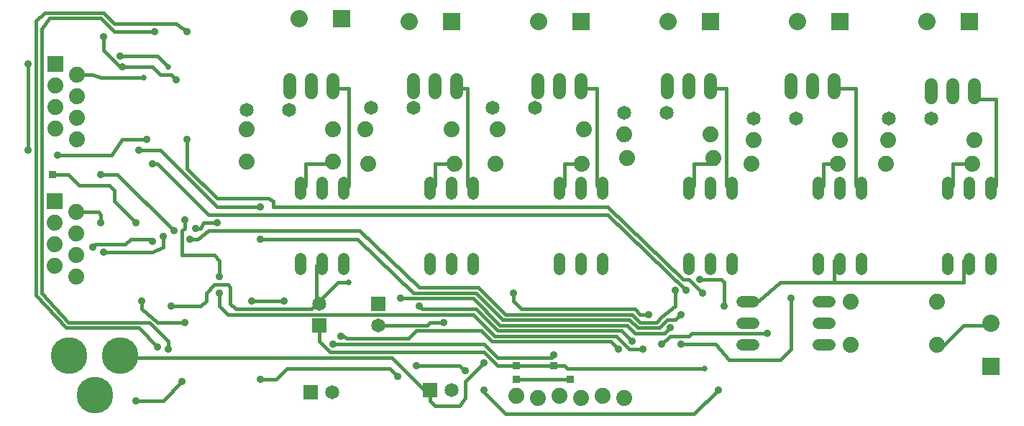
<source format=gbl>
G75*
G70*
%OFA0B0*%
%FSLAX24Y24*%
%IPPOS*%
%LPD*%
%AMOC8*
5,1,8,0,0,1.08239X$1,22.5*
%
%ADD10C,0.0740*%
%ADD11C,0.0520*%
%ADD12C,0.0600*%
%ADD13C,0.0650*%
%ADD14R,0.0800X0.0800*%
%ADD15C,0.0800*%
%ADD16R,0.0740X0.0740*%
%ADD17R,0.0650X0.0650*%
%ADD18C,0.1700*%
%ADD19R,0.0356X0.0356*%
%ADD20C,0.0160*%
%ADD21C,0.0356*%
%ADD22C,0.0270*%
D10*
X009517Y006906D03*
X008517Y007406D03*
X009517Y007906D03*
X008517Y008406D03*
X009517Y008906D03*
X008517Y009406D03*
X009517Y009906D03*
X017400Y012257D03*
X017400Y013757D03*
X021400Y013757D03*
X022900Y013757D03*
X021400Y012257D03*
X023045Y012150D03*
X027045Y012150D03*
X028920Y012150D03*
X032920Y012150D03*
X035045Y012400D03*
X034900Y013507D03*
X033025Y013757D03*
X029025Y013757D03*
X026900Y013757D03*
X038900Y013507D03*
X040900Y013257D03*
X039045Y012400D03*
X040795Y012150D03*
X044795Y012150D03*
X047045Y012150D03*
X047150Y013257D03*
X044900Y013257D03*
X051045Y012150D03*
X051150Y013257D03*
X049400Y005757D03*
X045400Y005757D03*
X045400Y003757D03*
X049400Y003757D03*
X034900Y001282D03*
X033900Y001382D03*
X032900Y001282D03*
X031900Y001382D03*
X030900Y001282D03*
X029900Y001382D03*
X009526Y013276D03*
X008526Y013776D03*
X009526Y014276D03*
X008526Y014776D03*
X009526Y015276D03*
X008526Y015776D03*
X009526Y016276D03*
D11*
X019900Y011277D02*
X019900Y010757D01*
X020900Y010757D02*
X020900Y011277D01*
X021900Y011277D02*
X021900Y010757D01*
X025900Y010757D02*
X025900Y011277D01*
X026900Y011277D02*
X026900Y010757D01*
X027900Y010757D02*
X027900Y011277D01*
X031900Y011277D02*
X031900Y010757D01*
X032900Y010757D02*
X032900Y011277D01*
X033900Y011277D02*
X033900Y010757D01*
X037900Y010757D02*
X037900Y011277D01*
X038900Y011277D02*
X038900Y010757D01*
X039900Y010757D02*
X039900Y011277D01*
X043900Y011277D02*
X043900Y010757D01*
X044900Y010757D02*
X044900Y011277D01*
X045900Y011277D02*
X045900Y010757D01*
X049900Y010757D02*
X049900Y011277D01*
X050900Y011277D02*
X050900Y010757D01*
X051900Y010757D02*
X051900Y011277D01*
X051900Y007757D02*
X051900Y007237D01*
X050900Y007237D02*
X050900Y007757D01*
X049900Y007757D02*
X049900Y007237D01*
X045900Y007237D02*
X045900Y007757D01*
X044900Y007757D02*
X044900Y007237D01*
X043900Y007237D02*
X043900Y007757D01*
X039900Y007757D02*
X039900Y007237D01*
X038900Y007237D02*
X038900Y007757D01*
X037900Y007757D02*
X037900Y007237D01*
X040380Y005757D02*
X040900Y005757D01*
X040900Y004757D02*
X040380Y004757D01*
X040380Y003757D02*
X040900Y003757D01*
X043900Y003757D02*
X044420Y003757D01*
X044420Y004757D02*
X043900Y004757D01*
X043900Y005757D02*
X044420Y005757D01*
X033900Y007237D02*
X033900Y007757D01*
X032900Y007757D02*
X032900Y007237D01*
X031900Y007237D02*
X031900Y007757D01*
X027900Y007757D02*
X027900Y007237D01*
X026900Y007237D02*
X026900Y007757D01*
X025900Y007757D02*
X025900Y007237D01*
X021900Y007237D02*
X021900Y007757D01*
X020900Y007757D02*
X020900Y007237D01*
X019900Y007237D02*
X019900Y007757D01*
D12*
X019400Y015457D02*
X019400Y016057D01*
X020400Y016057D02*
X020400Y015457D01*
X021400Y015457D02*
X021400Y016057D01*
X025150Y016057D02*
X025150Y015457D01*
X026150Y015457D02*
X026150Y016057D01*
X027150Y016057D02*
X027150Y015457D01*
X030900Y015457D02*
X030900Y016057D01*
X031900Y016057D02*
X031900Y015457D01*
X032900Y015457D02*
X032900Y016057D01*
X036900Y016057D02*
X036900Y015457D01*
X037900Y015457D02*
X037900Y016057D01*
X038900Y016057D02*
X038900Y015457D01*
X042650Y015457D02*
X042650Y016057D01*
X043650Y016057D02*
X043650Y015457D01*
X044650Y015457D02*
X044650Y016057D01*
X049150Y015807D02*
X049150Y015207D01*
X050150Y015207D02*
X050150Y015807D01*
X051150Y015807D02*
X051150Y015207D01*
D13*
X049134Y014257D03*
X047166Y014257D03*
X042884Y014257D03*
X040916Y014257D03*
X036884Y014507D03*
X034916Y014507D03*
X030759Y014757D03*
X028791Y014757D03*
X025134Y014757D03*
X023166Y014757D03*
X019384Y014632D03*
X017416Y014632D03*
X020775Y005632D03*
X023507Y004652D03*
X026900Y001632D03*
X021382Y001527D03*
D14*
X051900Y002757D03*
X050900Y018757D03*
X044900Y018757D03*
X038900Y018757D03*
X032900Y018757D03*
X026900Y018757D03*
X021794Y018864D03*
D15*
X019825Y018864D03*
X024932Y018757D03*
X030932Y018757D03*
X036932Y018757D03*
X042932Y018757D03*
X048932Y018757D03*
X051900Y004726D03*
D16*
X008517Y010406D03*
X008526Y016776D03*
D17*
X023507Y005652D03*
X020775Y004632D03*
X025900Y001632D03*
X020382Y001527D03*
D18*
X009181Y003249D03*
X011543Y003249D03*
X010362Y001398D03*
D19*
X029901Y002151D03*
X029901Y002776D03*
X031651Y002776D03*
X032401Y002151D03*
X008401Y011651D03*
D20*
X009151Y011651D01*
X009651Y011151D01*
X011026Y011151D01*
X011272Y010905D01*
X011272Y010401D01*
X012276Y009401D01*
X013526Y008776D02*
X013526Y008276D01*
X013026Y008026D01*
X010776Y008026D01*
X010401Y008401D02*
X010276Y008276D01*
X010401Y008401D02*
X011776Y008401D01*
X012026Y008651D01*
X012901Y008651D01*
X013018Y008526D01*
X014026Y009026D02*
X011401Y011651D01*
X010651Y011651D01*
X011151Y012526D02*
X008651Y012526D01*
X007276Y012776D02*
X007276Y016776D01*
X009526Y016276D02*
X010276Y016276D01*
X010651Y016151D01*
X012651Y016151D01*
X013026Y016651D02*
X011651Y016651D01*
X011526Y016651D01*
X010776Y017401D01*
X010776Y018026D01*
X011276Y018276D02*
X010651Y018901D01*
X008276Y018901D01*
X007901Y018401D01*
X007901Y006151D01*
X009151Y004776D01*
X012901Y004776D01*
X013776Y003901D01*
X013776Y003526D01*
X013276Y003651D02*
X012401Y004526D01*
X009026Y004526D01*
X007651Y006026D01*
X007651Y018776D01*
X008026Y019151D01*
X010776Y019151D01*
X011276Y018651D01*
X014151Y018651D01*
X014651Y018276D01*
X013151Y018276D02*
X011276Y018276D01*
X011526Y017151D02*
X013276Y017151D01*
X013776Y016651D01*
X013901Y016276D02*
X013401Y016276D01*
X013026Y016651D01*
X013901Y016276D02*
X014151Y016026D01*
X014651Y013276D02*
X014651Y011901D01*
X016026Y010526D01*
X018401Y010526D01*
X018651Y010401D01*
X018651Y010151D01*
X034151Y010151D01*
X037651Y006776D01*
X037901Y006776D01*
X038526Y006151D01*
X037776Y006276D02*
X034151Y009776D01*
X015651Y009776D01*
X013276Y012151D01*
X013026Y012151D01*
X013401Y012776D02*
X012401Y012776D01*
X011651Y013276D02*
X011151Y012526D01*
X011651Y013276D02*
X012776Y013276D01*
X013401Y012776D02*
X016026Y010151D01*
X018026Y010151D01*
X019900Y010757D02*
X020151Y011151D01*
X020151Y012151D01*
X021151Y012151D01*
X021400Y012257D01*
X022151Y011151D02*
X021900Y010757D01*
X022151Y011151D02*
X022151Y015651D01*
X021651Y015651D01*
X021400Y015757D01*
X027150Y015757D02*
X027151Y015651D01*
X027651Y015651D01*
X027651Y011151D01*
X027900Y010757D01*
X026151Y011151D02*
X025900Y010757D01*
X026151Y011151D02*
X026151Y012151D01*
X027151Y012151D01*
X027045Y012150D01*
X031900Y010757D02*
X032151Y011151D01*
X032151Y012151D01*
X032651Y012151D01*
X032920Y012150D01*
X033651Y011151D02*
X033900Y010757D01*
X033651Y011151D02*
X033651Y015651D01*
X033151Y015651D01*
X032900Y015757D01*
X038900Y015757D02*
X039151Y015651D01*
X039651Y015651D01*
X039651Y011151D01*
X039900Y010757D01*
X038151Y011151D02*
X037900Y010757D01*
X038151Y011151D02*
X038151Y012151D01*
X039151Y012151D01*
X039045Y012400D01*
X044151Y012151D02*
X044151Y011151D01*
X043900Y010757D01*
X045651Y011151D02*
X045900Y010757D01*
X045651Y011151D02*
X045651Y015651D01*
X044651Y015651D01*
X044650Y015757D01*
X051150Y015507D02*
X051151Y015151D01*
X052151Y015151D01*
X052151Y011151D01*
X051900Y010757D01*
X050151Y011151D02*
X049900Y010757D01*
X050151Y011151D02*
X050151Y012151D01*
X051151Y012151D01*
X051045Y012150D01*
X044795Y012150D02*
X044651Y012151D01*
X044151Y012151D01*
X044900Y007757D02*
X044651Y007651D01*
X044651Y006651D01*
X050651Y006651D01*
X050651Y007651D01*
X050900Y007757D01*
X044651Y006651D02*
X042151Y006651D01*
X041151Y005776D01*
X040900Y005757D01*
X039526Y005526D02*
X039526Y006651D01*
X039401Y006776D01*
X038401Y006776D01*
X037276Y006276D02*
X037276Y005526D01*
X036651Y005026D01*
X036401Y004776D01*
X035651Y004776D01*
X035276Y005151D01*
X029401Y005151D01*
X028151Y006401D01*
X025401Y006401D01*
X022651Y009026D01*
X015651Y009026D01*
X015151Y008651D01*
X014776Y008651D01*
X014401Y009026D02*
X014401Y007901D01*
X015901Y007901D01*
X016151Y007651D01*
X016151Y006901D01*
X015901Y006526D02*
X015526Y006151D01*
X015526Y005776D01*
X015276Y005526D01*
X013901Y005526D01*
X013276Y004776D02*
X012526Y005401D01*
X012526Y005776D01*
X013276Y004776D02*
X014526Y004776D01*
X016151Y005526D02*
X016526Y005151D01*
X027901Y005151D01*
X028901Y004151D01*
X034526Y004151D01*
X035151Y003526D01*
X035776Y003526D01*
X035276Y003901D02*
X034776Y004401D01*
X029026Y004401D01*
X028026Y005401D01*
X025526Y005401D01*
X025401Y005526D01*
X024526Y005901D02*
X027901Y005901D01*
X029151Y004651D01*
X035026Y004651D01*
X035401Y004276D01*
X036776Y004276D01*
X037026Y004526D01*
X036901Y004901D02*
X036526Y004526D01*
X035526Y004526D01*
X035151Y004901D01*
X029276Y004901D01*
X028026Y006151D01*
X025151Y006151D01*
X022526Y008651D01*
X018026Y008651D01*
X016026Y009401D02*
X015401Y009401D01*
X015276Y009151D01*
X015026Y009151D01*
X014526Y009151D02*
X014526Y009526D01*
X014526Y009151D02*
X014401Y009026D01*
X010651Y009401D02*
X010651Y009776D01*
X010526Y009901D01*
X009517Y009906D01*
X015901Y006526D02*
X016526Y006526D01*
X016651Y006401D01*
X016651Y005651D01*
X016901Y005401D01*
X020401Y005401D01*
X020651Y005651D01*
X020775Y005632D01*
X020651Y005651D02*
X021651Y006651D01*
X022151Y006651D01*
X020900Y007757D02*
X020651Y007401D01*
X020651Y005651D01*
X019151Y005776D02*
X017651Y005776D01*
X016151Y005526D02*
X016151Y006151D01*
X020775Y004632D02*
X020775Y004507D01*
X020776Y004506D01*
X020776Y003901D01*
X021276Y003401D01*
X028401Y003401D01*
X029026Y002776D01*
X029901Y002776D01*
X031651Y002776D01*
X032151Y002776D01*
X032276Y002651D01*
X038651Y002651D01*
X039776Y003026D02*
X042151Y003026D01*
X042651Y003526D01*
X042651Y005901D01*
X041526Y004276D02*
X038026Y004276D01*
X037901Y004151D01*
X037026Y004151D01*
X036651Y003776D01*
X037526Y003776D02*
X039151Y003776D01*
X039776Y003026D01*
X039276Y001651D02*
X038151Y000526D01*
X029401Y000526D01*
X028401Y001526D01*
X028401Y001651D01*
X027526Y001276D02*
X027276Y000901D01*
X026151Y000901D01*
X025900Y001152D01*
X025900Y001632D01*
X025651Y001651D01*
X024151Y003151D01*
X011651Y003151D01*
X011543Y003249D01*
X013526Y001151D02*
X014401Y002026D01*
X013526Y001151D02*
X012276Y001151D01*
X018026Y002151D02*
X018776Y002151D01*
X019276Y002651D01*
X024026Y002651D01*
X024401Y002276D01*
X025276Y002776D02*
X027276Y002776D01*
X027526Y002526D01*
X027526Y002026D02*
X028401Y002901D01*
X029026Y003151D02*
X028401Y003776D01*
X021401Y003776D01*
X021901Y004151D02*
X022026Y004026D01*
X024901Y004026D01*
X025276Y004401D01*
X028276Y004401D01*
X028776Y003901D01*
X034276Y003901D01*
X034651Y003526D01*
X031651Y003276D02*
X031526Y003151D01*
X029026Y003151D01*
X029901Y002151D02*
X032401Y002151D01*
X027526Y002026D02*
X027526Y001276D01*
X021901Y004151D02*
X021776Y004151D01*
X023507Y004652D02*
X023882Y004652D01*
X023883Y004651D01*
X025776Y004651D01*
X025901Y004776D01*
X026526Y004776D01*
X029776Y005776D02*
X029776Y006151D01*
X029776Y005776D02*
X030151Y005401D01*
X035401Y005401D01*
X035651Y005151D01*
X036026Y005151D01*
X036901Y004901D02*
X037276Y004901D01*
X037526Y005151D01*
X049400Y003757D02*
X049651Y003651D01*
X050651Y004651D01*
X051651Y004651D01*
X051900Y004726D01*
D21*
X042651Y005901D03*
X039526Y005526D03*
X038526Y006151D03*
X037776Y006276D03*
X037276Y006276D03*
X038401Y006776D03*
X037526Y005151D03*
X036026Y005151D03*
X037026Y004526D03*
X035276Y003901D03*
X035776Y003526D03*
X036651Y003776D03*
X037526Y003776D03*
X034651Y003526D03*
X031651Y003276D03*
X028401Y002901D03*
X027526Y002526D03*
X028401Y001651D03*
X025276Y002776D03*
X024401Y002276D03*
X021401Y003776D03*
X021776Y004151D03*
X025401Y005526D03*
X024526Y005901D03*
X026526Y004776D03*
X029776Y006151D03*
X019151Y005776D03*
X017651Y005776D03*
X016151Y006151D03*
X016151Y006901D03*
X013901Y005526D03*
X012526Y005776D03*
X014526Y004776D03*
X013776Y003526D03*
X013276Y003651D03*
X014401Y002026D03*
X012276Y001151D03*
X018026Y002151D03*
X010776Y008026D03*
X010276Y008276D03*
X013018Y008526D03*
X013526Y008776D03*
X014026Y009026D03*
X014526Y009526D03*
X015026Y009151D03*
X016026Y009401D03*
X014776Y008651D03*
X012276Y009401D03*
X010651Y009401D03*
X010651Y011651D03*
X008651Y012526D03*
X007276Y012776D03*
X012401Y012776D03*
X012776Y013276D03*
X014651Y013276D03*
X013026Y012151D03*
X018026Y010151D03*
X018026Y008651D03*
X014151Y016026D03*
X011651Y016651D03*
X011526Y017151D03*
X010776Y018026D03*
X013151Y018276D03*
X014651Y018276D03*
X007276Y016776D03*
X041526Y004276D03*
X039276Y001651D03*
D22*
X038651Y002651D03*
X022151Y006651D03*
X012651Y016151D03*
X013776Y016651D03*
M02*

</source>
